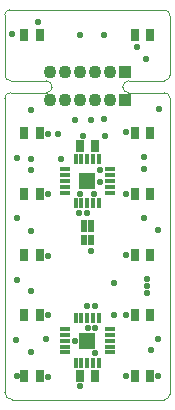
<source format=gbs>
G04 Layer_Color=16711935*
%FSLAX24Y24*%
%MOIN*%
G70*
G01*
G75*
%ADD14C,0.0039*%
%ADD30C,0.0434*%
%ADD31R,0.0434X0.0434*%
%ADD32C,0.0220*%
%ADD33R,0.0540X0.0540*%
%ADD34R,0.0160X0.0380*%
%ADD35R,0.0380X0.0160*%
%ADD36R,0.0316X0.0394*%
%ADD37R,0.0190X0.0442*%
%ADD38R,0.0190X0.0339*%
D14*
X5315Y0D02*
G03*
X5512Y197I0J197D01*
G01*
Y10039D02*
G03*
X5315Y10236I-197J0D01*
G01*
X3937Y10413D02*
G03*
X4114Y10236I177J0D01*
G01*
X4134Y10630D02*
G03*
X3937Y10433I0J-197D01*
G01*
X5315Y10630D02*
G03*
X5512Y10827I0J197D01*
G01*
Y12795D02*
G03*
X5315Y12992I-197J0D01*
G01*
X157D02*
G03*
X0Y12835I0J-157D01*
G01*
Y10827D02*
G03*
X197Y10630I197J0D01*
G01*
X1575Y10433D02*
G03*
X1378Y10630I-197J0D01*
G01*
X1398Y10236D02*
G03*
X1575Y10413I0J177D01*
G01*
X197Y10236D02*
G03*
X0Y10039I0J-197D01*
G01*
Y251D02*
G03*
X251Y0I251J0D01*
G01*
X251D02*
X5315D01*
X5512Y197D02*
Y251D01*
Y10039D01*
X4114Y10236D02*
X5315D01*
X3937Y10413D02*
Y10433D01*
X4134Y10630D02*
X5315D01*
X5512Y10827D02*
Y12795D01*
X5261Y12992D02*
X5315D01*
X157D02*
X5261D01*
X0Y10827D02*
Y12835D01*
X197Y10630D02*
X1378D01*
X1575Y10413D02*
Y10433D01*
X197Y10236D02*
X1398D01*
X0Y9985D02*
Y10039D01*
Y251D02*
Y9985D01*
X251Y0D02*
X251D01*
D30*
X1506Y9982D02*
D03*
X2006D02*
D03*
X2506D02*
D03*
X3006D02*
D03*
X3506D02*
D03*
X3492Y10906D02*
D03*
X2992D02*
D03*
X2492D02*
D03*
X1992D02*
D03*
X1492D02*
D03*
D31*
X4006Y9982D02*
D03*
X3992Y10906D02*
D03*
D32*
X3317Y9341D02*
D03*
X2766Y2382D02*
D03*
X3012Y2392D02*
D03*
X1870Y8012D02*
D03*
X3327Y8779D02*
D03*
X4734Y3553D02*
D03*
Y3790D02*
D03*
X3642Y3888D02*
D03*
X2343Y9321D02*
D03*
X1791Y8868D02*
D03*
X4634Y7676D02*
D03*
X3652Y2815D02*
D03*
X1378Y2018D02*
D03*
X2756Y3130D02*
D03*
X2884Y4961D02*
D03*
X2618Y8789D02*
D03*
X3159Y7254D02*
D03*
X1457Y4803D02*
D03*
X2352Y1959D02*
D03*
X2992Y1545D02*
D03*
X2992Y3130D02*
D03*
X5128Y9685D02*
D03*
X5118Y5669D02*
D03*
X4055Y787D02*
D03*
X394Y787D02*
D03*
X384Y1998D02*
D03*
X394Y3996D02*
D03*
X394Y6053D02*
D03*
X394Y8051D02*
D03*
X4055Y8908D02*
D03*
Y2805D02*
D03*
Y4833D02*
D03*
X1457Y2805D02*
D03*
Y6851D02*
D03*
Y8869D02*
D03*
X1112Y12599D02*
D03*
X4400Y11743D02*
D03*
X2492Y12165D02*
D03*
X3317D02*
D03*
X4055Y6851D02*
D03*
X2501Y6868D02*
D03*
X2968D02*
D03*
X2500Y453D02*
D03*
X2756Y6211D02*
D03*
X3179Y7667D02*
D03*
X2461Y6211D02*
D03*
X1457Y768D02*
D03*
X886Y1585D02*
D03*
X886Y3622D02*
D03*
X886Y5620D02*
D03*
X876Y7657D02*
D03*
X886Y9665D02*
D03*
X4646Y8081D02*
D03*
X4626Y6053D02*
D03*
X4734Y4021D02*
D03*
X2859Y9321D02*
D03*
X5109Y2018D02*
D03*
X5118Y787D02*
D03*
X4879Y1644D02*
D03*
X4705Y11368D02*
D03*
X246Y12175D02*
D03*
X876Y8012D02*
D03*
D33*
X2756Y1968D02*
D03*
Y7283D02*
D03*
D34*
X3146Y2708D02*
D03*
X2956D02*
D03*
X2756D02*
D03*
X2556D02*
D03*
X2366D02*
D03*
Y1228D02*
D03*
X2556D02*
D03*
X2756D02*
D03*
X2956D02*
D03*
X3146D02*
D03*
X2366Y8023D02*
D03*
X2556D02*
D03*
X2756D02*
D03*
X2956D02*
D03*
X3146D02*
D03*
Y6543D02*
D03*
X2956D02*
D03*
X2756D02*
D03*
X2556D02*
D03*
X2366D02*
D03*
D35*
X2016Y2358D02*
D03*
Y2168D02*
D03*
Y1968D02*
D03*
Y1768D02*
D03*
Y1578D02*
D03*
X3496D02*
D03*
Y1768D02*
D03*
Y1968D02*
D03*
Y2168D02*
D03*
Y2358D02*
D03*
X2016Y6893D02*
D03*
Y7083D02*
D03*
Y7283D02*
D03*
Y7483D02*
D03*
Y7673D02*
D03*
X3496D02*
D03*
Y7483D02*
D03*
Y7283D02*
D03*
Y7083D02*
D03*
Y6893D02*
D03*
D36*
X4856Y6852D02*
D03*
X4344D02*
D03*
X4856Y8874D02*
D03*
X4344D02*
D03*
X4856Y4830D02*
D03*
X4344D02*
D03*
X2500Y8464D02*
D03*
X3012D02*
D03*
X4856Y787D02*
D03*
X4344D02*
D03*
X4856Y12165D02*
D03*
X4344D02*
D03*
X650Y8874D02*
D03*
X1161D02*
D03*
X650Y6852D02*
D03*
X1161D02*
D03*
X650Y4830D02*
D03*
X1161D02*
D03*
X650Y787D02*
D03*
X1161D02*
D03*
X3012D02*
D03*
X2500D02*
D03*
X650Y2809D02*
D03*
X1161D02*
D03*
X650Y12165D02*
D03*
X1161D02*
D03*
X4344Y2806D02*
D03*
X4856D02*
D03*
D37*
X2882Y5776D02*
D03*
X2630D02*
D03*
D38*
X2882Y5327D02*
D03*
X2630D02*
D03*
M02*

</source>
